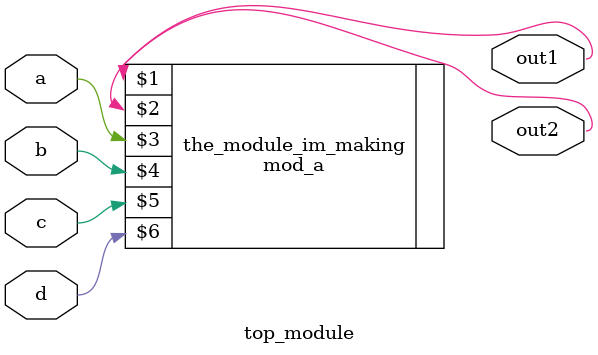
<source format=sv>
module top_module (
    input a,
    input b,
    input c,
    input d,
    output out1,
    output out2
);

    // i just gave it a long random name to show that you can name it whatever
    // you want when you instantiate it
    mod_a the_module_im_making(out1, out2, a, b, c, d);

endmodule

</source>
